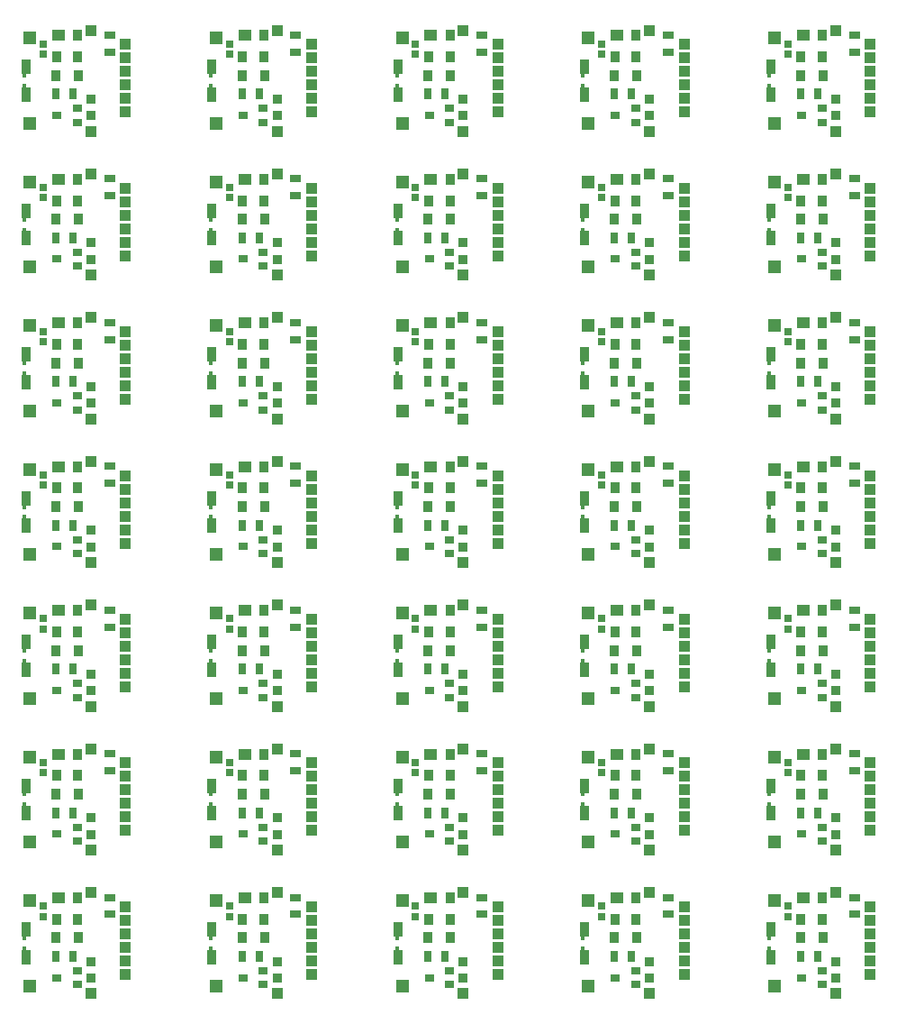
<source format=gbs>
%TF.GenerationSoftware,KiCad,Pcbnew,(5.1.6)-1*%
%TF.CreationDate,2020-09-22T23:21:28+09:00*%
%TF.ProjectId,funcdecoder_tomix_pcb_0773_0507_rev0_panelize_94_5mm_92_5mm,66756e63-6465-4636-9f64-65725f746f6d,rev?*%
%TF.SameCoordinates,PX66ff300PY337f980*%
%TF.FileFunction,Soldermask,Bot*%
%TF.FilePolarity,Negative*%
%FSLAX46Y46*%
G04 Gerber Fmt 4.6, Leading zero omitted, Abs format (unit mm)*
G04 Created by KiCad (PCBNEW (5.1.6)-1) date 2020-09-22 23:21:28*
%MOMM*%
%LPD*%
G01*
G04 APERTURE LIST*
%ADD10R,0.800000X1.000000*%
%ADD11R,0.850000X1.400000*%
%ADD12R,0.400000X0.600000*%
%ADD13R,0.900000X0.700000*%
%ADD14R,1.100000X1.100000*%
%ADD15R,1.050000X1.050000*%
%ADD16R,1.000000X0.800000*%
%ADD17R,1.300000X1.300000*%
%ADD18R,0.900000X0.900000*%
%ADD19R,0.700000X0.750000*%
%ADD20R,0.900000X1.000000*%
%ADD21R,1.300000X1.000000*%
G04 APERTURE END LIST*
D10*
%TO.C,R1*%
X82800000Y-88000000D03*
X81200000Y-88000000D03*
%TD*%
%TO.C,R1*%
X65300000Y-88000000D03*
X63700000Y-88000000D03*
%TD*%
%TO.C,R1*%
X47800000Y-88000000D03*
X46200000Y-88000000D03*
%TD*%
%TO.C,R1*%
X30300000Y-88000000D03*
X28700000Y-88000000D03*
%TD*%
%TO.C,R1*%
X12800000Y-88000000D03*
X11200000Y-88000000D03*
%TD*%
%TO.C,R1*%
X82800000Y-74500000D03*
X81200000Y-74500000D03*
%TD*%
%TO.C,R1*%
X65300000Y-74500000D03*
X63700000Y-74500000D03*
%TD*%
%TO.C,R1*%
X47800000Y-74500000D03*
X46200000Y-74500000D03*
%TD*%
%TO.C,R1*%
X30300000Y-74500000D03*
X28700000Y-74500000D03*
%TD*%
%TO.C,R1*%
X12800000Y-74500000D03*
X11200000Y-74500000D03*
%TD*%
%TO.C,R1*%
X82800000Y-61000000D03*
X81200000Y-61000000D03*
%TD*%
%TO.C,R1*%
X65300000Y-61000000D03*
X63700000Y-61000000D03*
%TD*%
%TO.C,R1*%
X47800000Y-61000000D03*
X46200000Y-61000000D03*
%TD*%
%TO.C,R1*%
X30300000Y-61000000D03*
X28700000Y-61000000D03*
%TD*%
%TO.C,R1*%
X12800000Y-61000000D03*
X11200000Y-61000000D03*
%TD*%
%TO.C,R1*%
X82800000Y-47500000D03*
X81200000Y-47500000D03*
%TD*%
%TO.C,R1*%
X65300000Y-47500000D03*
X63700000Y-47500000D03*
%TD*%
%TO.C,R1*%
X47800000Y-47500000D03*
X46200000Y-47500000D03*
%TD*%
%TO.C,R1*%
X30300000Y-47500000D03*
X28700000Y-47500000D03*
%TD*%
%TO.C,R1*%
X12800000Y-47500000D03*
X11200000Y-47500000D03*
%TD*%
%TO.C,R1*%
X82800000Y-34000000D03*
X81200000Y-34000000D03*
%TD*%
%TO.C,R1*%
X65300000Y-34000000D03*
X63700000Y-34000000D03*
%TD*%
%TO.C,R1*%
X47800000Y-34000000D03*
X46200000Y-34000000D03*
%TD*%
%TO.C,R1*%
X30300000Y-34000000D03*
X28700000Y-34000000D03*
%TD*%
%TO.C,R1*%
X12800000Y-34000000D03*
X11200000Y-34000000D03*
%TD*%
%TO.C,R1*%
X82800000Y-20500000D03*
X81200000Y-20500000D03*
%TD*%
%TO.C,R1*%
X65300000Y-20500000D03*
X63700000Y-20500000D03*
%TD*%
%TO.C,R1*%
X47800000Y-20500000D03*
X46200000Y-20500000D03*
%TD*%
%TO.C,R1*%
X30300000Y-20500000D03*
X28700000Y-20500000D03*
%TD*%
%TO.C,R1*%
X12800000Y-20500000D03*
X11200000Y-20500000D03*
%TD*%
%TO.C,R1*%
X82800000Y-7000000D03*
X81200000Y-7000000D03*
%TD*%
%TO.C,R1*%
X65300000Y-7000000D03*
X63700000Y-7000000D03*
%TD*%
%TO.C,R1*%
X47800000Y-7000000D03*
X46200000Y-7000000D03*
%TD*%
%TO.C,R1*%
X30300000Y-7000000D03*
X28700000Y-7000000D03*
%TD*%
D11*
%TO.C,D4*%
X78375000Y-88050000D03*
X78375000Y-85450000D03*
D12*
X78250000Y-87300000D03*
X78250000Y-86200000D03*
%TD*%
D11*
%TO.C,D4*%
X60875000Y-88050000D03*
X60875000Y-85450000D03*
D12*
X60750000Y-87300000D03*
X60750000Y-86200000D03*
%TD*%
D11*
%TO.C,D4*%
X43375000Y-88050000D03*
X43375000Y-85450000D03*
D12*
X43250000Y-87300000D03*
X43250000Y-86200000D03*
%TD*%
D11*
%TO.C,D4*%
X25875000Y-88050000D03*
X25875000Y-85450000D03*
D12*
X25750000Y-87300000D03*
X25750000Y-86200000D03*
%TD*%
D11*
%TO.C,D4*%
X8375000Y-88050000D03*
X8375000Y-85450000D03*
D12*
X8250000Y-87300000D03*
X8250000Y-86200000D03*
%TD*%
D11*
%TO.C,D4*%
X78375000Y-74550000D03*
X78375000Y-71950000D03*
D12*
X78250000Y-73800000D03*
X78250000Y-72700000D03*
%TD*%
D11*
%TO.C,D4*%
X60875000Y-74550000D03*
X60875000Y-71950000D03*
D12*
X60750000Y-73800000D03*
X60750000Y-72700000D03*
%TD*%
D11*
%TO.C,D4*%
X43375000Y-74550000D03*
X43375000Y-71950000D03*
D12*
X43250000Y-73800000D03*
X43250000Y-72700000D03*
%TD*%
D11*
%TO.C,D4*%
X25875000Y-74550000D03*
X25875000Y-71950000D03*
D12*
X25750000Y-73800000D03*
X25750000Y-72700000D03*
%TD*%
D11*
%TO.C,D4*%
X8375000Y-74550000D03*
X8375000Y-71950000D03*
D12*
X8250000Y-73800000D03*
X8250000Y-72700000D03*
%TD*%
D11*
%TO.C,D4*%
X78375000Y-61050000D03*
X78375000Y-58450000D03*
D12*
X78250000Y-60300000D03*
X78250000Y-59200000D03*
%TD*%
D11*
%TO.C,D4*%
X60875000Y-61050000D03*
X60875000Y-58450000D03*
D12*
X60750000Y-60300000D03*
X60750000Y-59200000D03*
%TD*%
D11*
%TO.C,D4*%
X43375000Y-61050000D03*
X43375000Y-58450000D03*
D12*
X43250000Y-60300000D03*
X43250000Y-59200000D03*
%TD*%
D11*
%TO.C,D4*%
X25875000Y-61050000D03*
X25875000Y-58450000D03*
D12*
X25750000Y-60300000D03*
X25750000Y-59200000D03*
%TD*%
D11*
%TO.C,D4*%
X8375000Y-61050000D03*
X8375000Y-58450000D03*
D12*
X8250000Y-60300000D03*
X8250000Y-59200000D03*
%TD*%
D11*
%TO.C,D4*%
X78375000Y-47550000D03*
X78375000Y-44950000D03*
D12*
X78250000Y-46800000D03*
X78250000Y-45700000D03*
%TD*%
D11*
%TO.C,D4*%
X60875000Y-47550000D03*
X60875000Y-44950000D03*
D12*
X60750000Y-46800000D03*
X60750000Y-45700000D03*
%TD*%
D11*
%TO.C,D4*%
X43375000Y-47550000D03*
X43375000Y-44950000D03*
D12*
X43250000Y-46800000D03*
X43250000Y-45700000D03*
%TD*%
D11*
%TO.C,D4*%
X25875000Y-47550000D03*
X25875000Y-44950000D03*
D12*
X25750000Y-46800000D03*
X25750000Y-45700000D03*
%TD*%
D11*
%TO.C,D4*%
X8375000Y-47550000D03*
X8375000Y-44950000D03*
D12*
X8250000Y-46800000D03*
X8250000Y-45700000D03*
%TD*%
D11*
%TO.C,D4*%
X78375000Y-34050000D03*
X78375000Y-31450000D03*
D12*
X78250000Y-33300000D03*
X78250000Y-32200000D03*
%TD*%
D11*
%TO.C,D4*%
X60875000Y-34050000D03*
X60875000Y-31450000D03*
D12*
X60750000Y-33300000D03*
X60750000Y-32200000D03*
%TD*%
D11*
%TO.C,D4*%
X43375000Y-34050000D03*
X43375000Y-31450000D03*
D12*
X43250000Y-33300000D03*
X43250000Y-32200000D03*
%TD*%
D11*
%TO.C,D4*%
X25875000Y-34050000D03*
X25875000Y-31450000D03*
D12*
X25750000Y-33300000D03*
X25750000Y-32200000D03*
%TD*%
D11*
%TO.C,D4*%
X8375000Y-34050000D03*
X8375000Y-31450000D03*
D12*
X8250000Y-33300000D03*
X8250000Y-32200000D03*
%TD*%
D11*
%TO.C,D4*%
X78375000Y-20550000D03*
X78375000Y-17950000D03*
D12*
X78250000Y-19800000D03*
X78250000Y-18700000D03*
%TD*%
D11*
%TO.C,D4*%
X60875000Y-20550000D03*
X60875000Y-17950000D03*
D12*
X60750000Y-19800000D03*
X60750000Y-18700000D03*
%TD*%
D11*
%TO.C,D4*%
X43375000Y-20550000D03*
X43375000Y-17950000D03*
D12*
X43250000Y-19800000D03*
X43250000Y-18700000D03*
%TD*%
D11*
%TO.C,D4*%
X25875000Y-20550000D03*
X25875000Y-17950000D03*
D12*
X25750000Y-19800000D03*
X25750000Y-18700000D03*
%TD*%
D11*
%TO.C,D4*%
X8375000Y-20550000D03*
X8375000Y-17950000D03*
D12*
X8250000Y-19800000D03*
X8250000Y-18700000D03*
%TD*%
D11*
%TO.C,D4*%
X78375000Y-7050000D03*
X78375000Y-4450000D03*
D12*
X78250000Y-6300000D03*
X78250000Y-5200000D03*
%TD*%
D11*
%TO.C,D4*%
X60875000Y-7050000D03*
X60875000Y-4450000D03*
D12*
X60750000Y-6300000D03*
X60750000Y-5200000D03*
%TD*%
D11*
%TO.C,D4*%
X43375000Y-7050000D03*
X43375000Y-4450000D03*
D12*
X43250000Y-6300000D03*
X43250000Y-5200000D03*
%TD*%
D11*
%TO.C,D4*%
X25875000Y-7050000D03*
X25875000Y-4450000D03*
D12*
X25750000Y-6300000D03*
X25750000Y-5200000D03*
%TD*%
D13*
%TO.C,Q1*%
X81300000Y-90000000D03*
X83200000Y-90650000D03*
X83200000Y-89350000D03*
%TD*%
%TO.C,Q1*%
X63800000Y-90000000D03*
X65700000Y-90650000D03*
X65700000Y-89350000D03*
%TD*%
%TO.C,Q1*%
X46300000Y-90000000D03*
X48200000Y-90650000D03*
X48200000Y-89350000D03*
%TD*%
%TO.C,Q1*%
X28800000Y-90000000D03*
X30700000Y-90650000D03*
X30700000Y-89350000D03*
%TD*%
%TO.C,Q1*%
X11300000Y-90000000D03*
X13200000Y-90650000D03*
X13200000Y-89350000D03*
%TD*%
%TO.C,Q1*%
X81300000Y-76500000D03*
X83200000Y-77150000D03*
X83200000Y-75850000D03*
%TD*%
%TO.C,Q1*%
X63800000Y-76500000D03*
X65700000Y-77150000D03*
X65700000Y-75850000D03*
%TD*%
%TO.C,Q1*%
X46300000Y-76500000D03*
X48200000Y-77150000D03*
X48200000Y-75850000D03*
%TD*%
%TO.C,Q1*%
X28800000Y-76500000D03*
X30700000Y-77150000D03*
X30700000Y-75850000D03*
%TD*%
%TO.C,Q1*%
X11300000Y-76500000D03*
X13200000Y-77150000D03*
X13200000Y-75850000D03*
%TD*%
%TO.C,Q1*%
X81300000Y-63000000D03*
X83200000Y-63650000D03*
X83200000Y-62350000D03*
%TD*%
%TO.C,Q1*%
X63800000Y-63000000D03*
X65700000Y-63650000D03*
X65700000Y-62350000D03*
%TD*%
%TO.C,Q1*%
X46300000Y-63000000D03*
X48200000Y-63650000D03*
X48200000Y-62350000D03*
%TD*%
%TO.C,Q1*%
X28800000Y-63000000D03*
X30700000Y-63650000D03*
X30700000Y-62350000D03*
%TD*%
%TO.C,Q1*%
X11300000Y-63000000D03*
X13200000Y-63650000D03*
X13200000Y-62350000D03*
%TD*%
%TO.C,Q1*%
X81300000Y-49500000D03*
X83200000Y-50150000D03*
X83200000Y-48850000D03*
%TD*%
%TO.C,Q1*%
X63800000Y-49500000D03*
X65700000Y-50150000D03*
X65700000Y-48850000D03*
%TD*%
%TO.C,Q1*%
X46300000Y-49500000D03*
X48200000Y-50150000D03*
X48200000Y-48850000D03*
%TD*%
%TO.C,Q1*%
X28800000Y-49500000D03*
X30700000Y-50150000D03*
X30700000Y-48850000D03*
%TD*%
%TO.C,Q1*%
X11300000Y-49500000D03*
X13200000Y-50150000D03*
X13200000Y-48850000D03*
%TD*%
%TO.C,Q1*%
X81300000Y-36000000D03*
X83200000Y-36650000D03*
X83200000Y-35350000D03*
%TD*%
%TO.C,Q1*%
X63800000Y-36000000D03*
X65700000Y-36650000D03*
X65700000Y-35350000D03*
%TD*%
%TO.C,Q1*%
X46300000Y-36000000D03*
X48200000Y-36650000D03*
X48200000Y-35350000D03*
%TD*%
%TO.C,Q1*%
X28800000Y-36000000D03*
X30700000Y-36650000D03*
X30700000Y-35350000D03*
%TD*%
%TO.C,Q1*%
X11300000Y-36000000D03*
X13200000Y-36650000D03*
X13200000Y-35350000D03*
%TD*%
%TO.C,Q1*%
X81300000Y-22500000D03*
X83200000Y-23150000D03*
X83200000Y-21850000D03*
%TD*%
%TO.C,Q1*%
X63800000Y-22500000D03*
X65700000Y-23150000D03*
X65700000Y-21850000D03*
%TD*%
%TO.C,Q1*%
X46300000Y-22500000D03*
X48200000Y-23150000D03*
X48200000Y-21850000D03*
%TD*%
%TO.C,Q1*%
X28800000Y-22500000D03*
X30700000Y-23150000D03*
X30700000Y-21850000D03*
%TD*%
%TO.C,Q1*%
X11300000Y-22500000D03*
X13200000Y-23150000D03*
X13200000Y-21850000D03*
%TD*%
%TO.C,Q1*%
X81300000Y-9000000D03*
X83200000Y-9650000D03*
X83200000Y-8350000D03*
%TD*%
%TO.C,Q1*%
X63800000Y-9000000D03*
X65700000Y-9650000D03*
X65700000Y-8350000D03*
%TD*%
%TO.C,Q1*%
X46300000Y-9000000D03*
X48200000Y-9650000D03*
X48200000Y-8350000D03*
%TD*%
%TO.C,Q1*%
X28800000Y-9000000D03*
X30700000Y-9650000D03*
X30700000Y-8350000D03*
%TD*%
D14*
%TO.C,J2*%
X84500000Y-82000000D03*
%TD*%
%TO.C,J2*%
X67000000Y-82000000D03*
%TD*%
%TO.C,J2*%
X49500000Y-82000000D03*
%TD*%
%TO.C,J2*%
X32000000Y-82000000D03*
%TD*%
%TO.C,J2*%
X14500000Y-82000000D03*
%TD*%
%TO.C,J2*%
X84500000Y-68500000D03*
%TD*%
%TO.C,J2*%
X67000000Y-68500000D03*
%TD*%
%TO.C,J2*%
X49500000Y-68500000D03*
%TD*%
%TO.C,J2*%
X32000000Y-68500000D03*
%TD*%
%TO.C,J2*%
X14500000Y-68500000D03*
%TD*%
%TO.C,J2*%
X84500000Y-55000000D03*
%TD*%
%TO.C,J2*%
X67000000Y-55000000D03*
%TD*%
%TO.C,J2*%
X49500000Y-55000000D03*
%TD*%
%TO.C,J2*%
X32000000Y-55000000D03*
%TD*%
%TO.C,J2*%
X14500000Y-55000000D03*
%TD*%
%TO.C,J2*%
X84500000Y-41500000D03*
%TD*%
%TO.C,J2*%
X67000000Y-41500000D03*
%TD*%
%TO.C,J2*%
X49500000Y-41500000D03*
%TD*%
%TO.C,J2*%
X32000000Y-41500000D03*
%TD*%
%TO.C,J2*%
X14500000Y-41500000D03*
%TD*%
%TO.C,J2*%
X84500000Y-28000000D03*
%TD*%
%TO.C,J2*%
X67000000Y-28000000D03*
%TD*%
%TO.C,J2*%
X49500000Y-28000000D03*
%TD*%
%TO.C,J2*%
X32000000Y-28000000D03*
%TD*%
%TO.C,J2*%
X14500000Y-28000000D03*
%TD*%
%TO.C,J2*%
X84500000Y-14500000D03*
%TD*%
%TO.C,J2*%
X67000000Y-14500000D03*
%TD*%
%TO.C,J2*%
X49500000Y-14500000D03*
%TD*%
%TO.C,J2*%
X32000000Y-14500000D03*
%TD*%
%TO.C,J2*%
X14500000Y-14500000D03*
%TD*%
%TO.C,J2*%
X84500000Y-1000000D03*
%TD*%
%TO.C,J2*%
X67000000Y-1000000D03*
%TD*%
%TO.C,J2*%
X49500000Y-1000000D03*
%TD*%
%TO.C,J2*%
X32000000Y-1000000D03*
%TD*%
D15*
%TO.C,J1*%
X87750000Y-83325000D03*
X87750000Y-84595000D03*
X87750000Y-85865000D03*
X87750000Y-87135000D03*
X87750000Y-88405000D03*
X87750000Y-89675000D03*
%TD*%
%TO.C,J1*%
X70250000Y-83325000D03*
X70250000Y-84595000D03*
X70250000Y-85865000D03*
X70250000Y-87135000D03*
X70250000Y-88405000D03*
X70250000Y-89675000D03*
%TD*%
%TO.C,J1*%
X52750000Y-83325000D03*
X52750000Y-84595000D03*
X52750000Y-85865000D03*
X52750000Y-87135000D03*
X52750000Y-88405000D03*
X52750000Y-89675000D03*
%TD*%
%TO.C,J1*%
X35250000Y-83325000D03*
X35250000Y-84595000D03*
X35250000Y-85865000D03*
X35250000Y-87135000D03*
X35250000Y-88405000D03*
X35250000Y-89675000D03*
%TD*%
%TO.C,J1*%
X17750000Y-83325000D03*
X17750000Y-84595000D03*
X17750000Y-85865000D03*
X17750000Y-87135000D03*
X17750000Y-88405000D03*
X17750000Y-89675000D03*
%TD*%
%TO.C,J1*%
X87750000Y-69825000D03*
X87750000Y-71095000D03*
X87750000Y-72365000D03*
X87750000Y-73635000D03*
X87750000Y-74905000D03*
X87750000Y-76175000D03*
%TD*%
%TO.C,J1*%
X70250000Y-69825000D03*
X70250000Y-71095000D03*
X70250000Y-72365000D03*
X70250000Y-73635000D03*
X70250000Y-74905000D03*
X70250000Y-76175000D03*
%TD*%
%TO.C,J1*%
X52750000Y-69825000D03*
X52750000Y-71095000D03*
X52750000Y-72365000D03*
X52750000Y-73635000D03*
X52750000Y-74905000D03*
X52750000Y-76175000D03*
%TD*%
%TO.C,J1*%
X35250000Y-69825000D03*
X35250000Y-71095000D03*
X35250000Y-72365000D03*
X35250000Y-73635000D03*
X35250000Y-74905000D03*
X35250000Y-76175000D03*
%TD*%
%TO.C,J1*%
X17750000Y-69825000D03*
X17750000Y-71095000D03*
X17750000Y-72365000D03*
X17750000Y-73635000D03*
X17750000Y-74905000D03*
X17750000Y-76175000D03*
%TD*%
%TO.C,J1*%
X87750000Y-56325000D03*
X87750000Y-57595000D03*
X87750000Y-58865000D03*
X87750000Y-60135000D03*
X87750000Y-61405000D03*
X87750000Y-62675000D03*
%TD*%
%TO.C,J1*%
X70250000Y-56325000D03*
X70250000Y-57595000D03*
X70250000Y-58865000D03*
X70250000Y-60135000D03*
X70250000Y-61405000D03*
X70250000Y-62675000D03*
%TD*%
%TO.C,J1*%
X52750000Y-56325000D03*
X52750000Y-57595000D03*
X52750000Y-58865000D03*
X52750000Y-60135000D03*
X52750000Y-61405000D03*
X52750000Y-62675000D03*
%TD*%
%TO.C,J1*%
X35250000Y-56325000D03*
X35250000Y-57595000D03*
X35250000Y-58865000D03*
X35250000Y-60135000D03*
X35250000Y-61405000D03*
X35250000Y-62675000D03*
%TD*%
%TO.C,J1*%
X17750000Y-56325000D03*
X17750000Y-57595000D03*
X17750000Y-58865000D03*
X17750000Y-60135000D03*
X17750000Y-61405000D03*
X17750000Y-62675000D03*
%TD*%
%TO.C,J1*%
X87750000Y-42825000D03*
X87750000Y-44095000D03*
X87750000Y-45365000D03*
X87750000Y-46635000D03*
X87750000Y-47905000D03*
X87750000Y-49175000D03*
%TD*%
%TO.C,J1*%
X70250000Y-42825000D03*
X70250000Y-44095000D03*
X70250000Y-45365000D03*
X70250000Y-46635000D03*
X70250000Y-47905000D03*
X70250000Y-49175000D03*
%TD*%
%TO.C,J1*%
X52750000Y-42825000D03*
X52750000Y-44095000D03*
X52750000Y-45365000D03*
X52750000Y-46635000D03*
X52750000Y-47905000D03*
X52750000Y-49175000D03*
%TD*%
%TO.C,J1*%
X35250000Y-42825000D03*
X35250000Y-44095000D03*
X35250000Y-45365000D03*
X35250000Y-46635000D03*
X35250000Y-47905000D03*
X35250000Y-49175000D03*
%TD*%
%TO.C,J1*%
X17750000Y-42825000D03*
X17750000Y-44095000D03*
X17750000Y-45365000D03*
X17750000Y-46635000D03*
X17750000Y-47905000D03*
X17750000Y-49175000D03*
%TD*%
%TO.C,J1*%
X87750000Y-29325000D03*
X87750000Y-30595000D03*
X87750000Y-31865000D03*
X87750000Y-33135000D03*
X87750000Y-34405000D03*
X87750000Y-35675000D03*
%TD*%
%TO.C,J1*%
X70250000Y-29325000D03*
X70250000Y-30595000D03*
X70250000Y-31865000D03*
X70250000Y-33135000D03*
X70250000Y-34405000D03*
X70250000Y-35675000D03*
%TD*%
%TO.C,J1*%
X52750000Y-29325000D03*
X52750000Y-30595000D03*
X52750000Y-31865000D03*
X52750000Y-33135000D03*
X52750000Y-34405000D03*
X52750000Y-35675000D03*
%TD*%
%TO.C,J1*%
X35250000Y-29325000D03*
X35250000Y-30595000D03*
X35250000Y-31865000D03*
X35250000Y-33135000D03*
X35250000Y-34405000D03*
X35250000Y-35675000D03*
%TD*%
%TO.C,J1*%
X17750000Y-29325000D03*
X17750000Y-30595000D03*
X17750000Y-31865000D03*
X17750000Y-33135000D03*
X17750000Y-34405000D03*
X17750000Y-35675000D03*
%TD*%
%TO.C,J1*%
X87750000Y-15825000D03*
X87750000Y-17095000D03*
X87750000Y-18365000D03*
X87750000Y-19635000D03*
X87750000Y-20905000D03*
X87750000Y-22175000D03*
%TD*%
%TO.C,J1*%
X70250000Y-15825000D03*
X70250000Y-17095000D03*
X70250000Y-18365000D03*
X70250000Y-19635000D03*
X70250000Y-20905000D03*
X70250000Y-22175000D03*
%TD*%
%TO.C,J1*%
X52750000Y-15825000D03*
X52750000Y-17095000D03*
X52750000Y-18365000D03*
X52750000Y-19635000D03*
X52750000Y-20905000D03*
X52750000Y-22175000D03*
%TD*%
%TO.C,J1*%
X35250000Y-15825000D03*
X35250000Y-17095000D03*
X35250000Y-18365000D03*
X35250000Y-19635000D03*
X35250000Y-20905000D03*
X35250000Y-22175000D03*
%TD*%
%TO.C,J1*%
X17750000Y-15825000D03*
X17750000Y-17095000D03*
X17750000Y-18365000D03*
X17750000Y-19635000D03*
X17750000Y-20905000D03*
X17750000Y-22175000D03*
%TD*%
%TO.C,J1*%
X87750000Y-2325000D03*
X87750000Y-3595000D03*
X87750000Y-4865000D03*
X87750000Y-6135000D03*
X87750000Y-7405000D03*
X87750000Y-8675000D03*
%TD*%
%TO.C,J1*%
X70250000Y-2325000D03*
X70250000Y-3595000D03*
X70250000Y-4865000D03*
X70250000Y-6135000D03*
X70250000Y-7405000D03*
X70250000Y-8675000D03*
%TD*%
%TO.C,J1*%
X52750000Y-2325000D03*
X52750000Y-3595000D03*
X52750000Y-4865000D03*
X52750000Y-6135000D03*
X52750000Y-7405000D03*
X52750000Y-8675000D03*
%TD*%
%TO.C,J1*%
X35250000Y-2325000D03*
X35250000Y-3595000D03*
X35250000Y-4865000D03*
X35250000Y-6135000D03*
X35250000Y-7405000D03*
X35250000Y-8675000D03*
%TD*%
D14*
%TO.C,J3*%
X84500000Y-91500000D03*
%TD*%
%TO.C,J3*%
X67000000Y-91500000D03*
%TD*%
%TO.C,J3*%
X49500000Y-91500000D03*
%TD*%
%TO.C,J3*%
X32000000Y-91500000D03*
%TD*%
%TO.C,J3*%
X14500000Y-91500000D03*
%TD*%
%TO.C,J3*%
X84500000Y-78000000D03*
%TD*%
%TO.C,J3*%
X67000000Y-78000000D03*
%TD*%
%TO.C,J3*%
X49500000Y-78000000D03*
%TD*%
%TO.C,J3*%
X32000000Y-78000000D03*
%TD*%
%TO.C,J3*%
X14500000Y-78000000D03*
%TD*%
%TO.C,J3*%
X84500000Y-64500000D03*
%TD*%
%TO.C,J3*%
X67000000Y-64500000D03*
%TD*%
%TO.C,J3*%
X49500000Y-64500000D03*
%TD*%
%TO.C,J3*%
X32000000Y-64500000D03*
%TD*%
%TO.C,J3*%
X14500000Y-64500000D03*
%TD*%
%TO.C,J3*%
X84500000Y-51000000D03*
%TD*%
%TO.C,J3*%
X67000000Y-51000000D03*
%TD*%
%TO.C,J3*%
X49500000Y-51000000D03*
%TD*%
%TO.C,J3*%
X32000000Y-51000000D03*
%TD*%
%TO.C,J3*%
X14500000Y-51000000D03*
%TD*%
%TO.C,J3*%
X84500000Y-37500000D03*
%TD*%
%TO.C,J3*%
X67000000Y-37500000D03*
%TD*%
%TO.C,J3*%
X49500000Y-37500000D03*
%TD*%
%TO.C,J3*%
X32000000Y-37500000D03*
%TD*%
%TO.C,J3*%
X14500000Y-37500000D03*
%TD*%
%TO.C,J3*%
X84500000Y-24000000D03*
%TD*%
%TO.C,J3*%
X67000000Y-24000000D03*
%TD*%
%TO.C,J3*%
X49500000Y-24000000D03*
%TD*%
%TO.C,J3*%
X32000000Y-24000000D03*
%TD*%
%TO.C,J3*%
X14500000Y-24000000D03*
%TD*%
%TO.C,J3*%
X84500000Y-10500000D03*
%TD*%
%TO.C,J3*%
X67000000Y-10500000D03*
%TD*%
%TO.C,J3*%
X49500000Y-10500000D03*
%TD*%
%TO.C,J3*%
X32000000Y-10500000D03*
%TD*%
D16*
%TO.C,R4*%
X86250000Y-82450000D03*
X86250000Y-84050000D03*
%TD*%
%TO.C,R4*%
X68750000Y-82450000D03*
X68750000Y-84050000D03*
%TD*%
%TO.C,R4*%
X51250000Y-82450000D03*
X51250000Y-84050000D03*
%TD*%
%TO.C,R4*%
X33750000Y-82450000D03*
X33750000Y-84050000D03*
%TD*%
%TO.C,R4*%
X16250000Y-82450000D03*
X16250000Y-84050000D03*
%TD*%
%TO.C,R4*%
X86250000Y-68950000D03*
X86250000Y-70550000D03*
%TD*%
%TO.C,R4*%
X68750000Y-68950000D03*
X68750000Y-70550000D03*
%TD*%
%TO.C,R4*%
X51250000Y-68950000D03*
X51250000Y-70550000D03*
%TD*%
%TO.C,R4*%
X33750000Y-68950000D03*
X33750000Y-70550000D03*
%TD*%
%TO.C,R4*%
X16250000Y-68950000D03*
X16250000Y-70550000D03*
%TD*%
%TO.C,R4*%
X86250000Y-55450000D03*
X86250000Y-57050000D03*
%TD*%
%TO.C,R4*%
X68750000Y-55450000D03*
X68750000Y-57050000D03*
%TD*%
%TO.C,R4*%
X51250000Y-55450000D03*
X51250000Y-57050000D03*
%TD*%
%TO.C,R4*%
X33750000Y-55450000D03*
X33750000Y-57050000D03*
%TD*%
%TO.C,R4*%
X16250000Y-55450000D03*
X16250000Y-57050000D03*
%TD*%
%TO.C,R4*%
X86250000Y-41950000D03*
X86250000Y-43550000D03*
%TD*%
%TO.C,R4*%
X68750000Y-41950000D03*
X68750000Y-43550000D03*
%TD*%
%TO.C,R4*%
X51250000Y-41950000D03*
X51250000Y-43550000D03*
%TD*%
%TO.C,R4*%
X33750000Y-41950000D03*
X33750000Y-43550000D03*
%TD*%
%TO.C,R4*%
X16250000Y-41950000D03*
X16250000Y-43550000D03*
%TD*%
%TO.C,R4*%
X86250000Y-28450000D03*
X86250000Y-30050000D03*
%TD*%
%TO.C,R4*%
X68750000Y-28450000D03*
X68750000Y-30050000D03*
%TD*%
%TO.C,R4*%
X51250000Y-28450000D03*
X51250000Y-30050000D03*
%TD*%
%TO.C,R4*%
X33750000Y-28450000D03*
X33750000Y-30050000D03*
%TD*%
%TO.C,R4*%
X16250000Y-28450000D03*
X16250000Y-30050000D03*
%TD*%
%TO.C,R4*%
X86250000Y-14950000D03*
X86250000Y-16550000D03*
%TD*%
%TO.C,R4*%
X68750000Y-14950000D03*
X68750000Y-16550000D03*
%TD*%
%TO.C,R4*%
X51250000Y-14950000D03*
X51250000Y-16550000D03*
%TD*%
%TO.C,R4*%
X33750000Y-14950000D03*
X33750000Y-16550000D03*
%TD*%
%TO.C,R4*%
X16250000Y-14950000D03*
X16250000Y-16550000D03*
%TD*%
%TO.C,R4*%
X86250000Y-1450000D03*
X86250000Y-3050000D03*
%TD*%
%TO.C,R4*%
X68750000Y-1450000D03*
X68750000Y-3050000D03*
%TD*%
%TO.C,R4*%
X51250000Y-1450000D03*
X51250000Y-3050000D03*
%TD*%
%TO.C,R4*%
X33750000Y-1450000D03*
X33750000Y-3050000D03*
%TD*%
D17*
%TO.C,PAD1*%
X78750000Y-90750000D03*
%TD*%
%TO.C,PAD1*%
X61250000Y-90750000D03*
%TD*%
%TO.C,PAD1*%
X43750000Y-90750000D03*
%TD*%
%TO.C,PAD1*%
X26250000Y-90750000D03*
%TD*%
%TO.C,PAD1*%
X8750000Y-90750000D03*
%TD*%
%TO.C,PAD1*%
X78750000Y-77250000D03*
%TD*%
%TO.C,PAD1*%
X61250000Y-77250000D03*
%TD*%
%TO.C,PAD1*%
X43750000Y-77250000D03*
%TD*%
%TO.C,PAD1*%
X26250000Y-77250000D03*
%TD*%
%TO.C,PAD1*%
X8750000Y-77250000D03*
%TD*%
%TO.C,PAD1*%
X78750000Y-63750000D03*
%TD*%
%TO.C,PAD1*%
X61250000Y-63750000D03*
%TD*%
%TO.C,PAD1*%
X43750000Y-63750000D03*
%TD*%
%TO.C,PAD1*%
X26250000Y-63750000D03*
%TD*%
%TO.C,PAD1*%
X8750000Y-63750000D03*
%TD*%
%TO.C,PAD1*%
X78750000Y-50250000D03*
%TD*%
%TO.C,PAD1*%
X61250000Y-50250000D03*
%TD*%
%TO.C,PAD1*%
X43750000Y-50250000D03*
%TD*%
%TO.C,PAD1*%
X26250000Y-50250000D03*
%TD*%
%TO.C,PAD1*%
X8750000Y-50250000D03*
%TD*%
%TO.C,PAD1*%
X78750000Y-36750000D03*
%TD*%
%TO.C,PAD1*%
X61250000Y-36750000D03*
%TD*%
%TO.C,PAD1*%
X43750000Y-36750000D03*
%TD*%
%TO.C,PAD1*%
X26250000Y-36750000D03*
%TD*%
%TO.C,PAD1*%
X8750000Y-36750000D03*
%TD*%
%TO.C,PAD1*%
X78750000Y-23250000D03*
%TD*%
%TO.C,PAD1*%
X61250000Y-23250000D03*
%TD*%
%TO.C,PAD1*%
X43750000Y-23250000D03*
%TD*%
%TO.C,PAD1*%
X26250000Y-23250000D03*
%TD*%
%TO.C,PAD1*%
X8750000Y-23250000D03*
%TD*%
%TO.C,PAD1*%
X78750000Y-9750000D03*
%TD*%
%TO.C,PAD1*%
X61250000Y-9750000D03*
%TD*%
%TO.C,PAD1*%
X43750000Y-9750000D03*
%TD*%
%TO.C,PAD1*%
X26250000Y-9750000D03*
%TD*%
%TO.C,PAD2*%
X78750000Y-82750000D03*
%TD*%
%TO.C,PAD2*%
X61250000Y-82750000D03*
%TD*%
%TO.C,PAD2*%
X43750000Y-82750000D03*
%TD*%
%TO.C,PAD2*%
X26250000Y-82750000D03*
%TD*%
%TO.C,PAD2*%
X8750000Y-82750000D03*
%TD*%
%TO.C,PAD2*%
X78750000Y-69250000D03*
%TD*%
%TO.C,PAD2*%
X61250000Y-69250000D03*
%TD*%
%TO.C,PAD2*%
X43750000Y-69250000D03*
%TD*%
%TO.C,PAD2*%
X26250000Y-69250000D03*
%TD*%
%TO.C,PAD2*%
X8750000Y-69250000D03*
%TD*%
%TO.C,PAD2*%
X78750000Y-55750000D03*
%TD*%
%TO.C,PAD2*%
X61250000Y-55750000D03*
%TD*%
%TO.C,PAD2*%
X43750000Y-55750000D03*
%TD*%
%TO.C,PAD2*%
X26250000Y-55750000D03*
%TD*%
%TO.C,PAD2*%
X8750000Y-55750000D03*
%TD*%
%TO.C,PAD2*%
X78750000Y-42250000D03*
%TD*%
%TO.C,PAD2*%
X61250000Y-42250000D03*
%TD*%
%TO.C,PAD2*%
X43750000Y-42250000D03*
%TD*%
%TO.C,PAD2*%
X26250000Y-42250000D03*
%TD*%
%TO.C,PAD2*%
X8750000Y-42250000D03*
%TD*%
%TO.C,PAD2*%
X78750000Y-28750000D03*
%TD*%
%TO.C,PAD2*%
X61250000Y-28750000D03*
%TD*%
%TO.C,PAD2*%
X43750000Y-28750000D03*
%TD*%
%TO.C,PAD2*%
X26250000Y-28750000D03*
%TD*%
%TO.C,PAD2*%
X8750000Y-28750000D03*
%TD*%
%TO.C,PAD2*%
X78750000Y-15250000D03*
%TD*%
%TO.C,PAD2*%
X61250000Y-15250000D03*
%TD*%
%TO.C,PAD2*%
X43750000Y-15250000D03*
%TD*%
%TO.C,PAD2*%
X26250000Y-15250000D03*
%TD*%
%TO.C,PAD2*%
X8750000Y-15250000D03*
%TD*%
%TO.C,PAD2*%
X78750000Y-1750000D03*
%TD*%
%TO.C,PAD2*%
X61250000Y-1750000D03*
%TD*%
%TO.C,PAD2*%
X43750000Y-1750000D03*
%TD*%
%TO.C,PAD2*%
X26250000Y-1750000D03*
%TD*%
D18*
%TO.C,C2*%
X84500000Y-88475000D03*
X84500000Y-90025000D03*
%TD*%
%TO.C,C2*%
X67000000Y-88475000D03*
X67000000Y-90025000D03*
%TD*%
%TO.C,C2*%
X49500000Y-88475000D03*
X49500000Y-90025000D03*
%TD*%
%TO.C,C2*%
X32000000Y-88475000D03*
X32000000Y-90025000D03*
%TD*%
%TO.C,C2*%
X14500000Y-88475000D03*
X14500000Y-90025000D03*
%TD*%
%TO.C,C2*%
X84500000Y-74975000D03*
X84500000Y-76525000D03*
%TD*%
%TO.C,C2*%
X67000000Y-74975000D03*
X67000000Y-76525000D03*
%TD*%
%TO.C,C2*%
X49500000Y-74975000D03*
X49500000Y-76525000D03*
%TD*%
%TO.C,C2*%
X32000000Y-74975000D03*
X32000000Y-76525000D03*
%TD*%
%TO.C,C2*%
X14500000Y-74975000D03*
X14500000Y-76525000D03*
%TD*%
%TO.C,C2*%
X84500000Y-61475000D03*
X84500000Y-63025000D03*
%TD*%
%TO.C,C2*%
X67000000Y-61475000D03*
X67000000Y-63025000D03*
%TD*%
%TO.C,C2*%
X49500000Y-61475000D03*
X49500000Y-63025000D03*
%TD*%
%TO.C,C2*%
X32000000Y-61475000D03*
X32000000Y-63025000D03*
%TD*%
%TO.C,C2*%
X14500000Y-61475000D03*
X14500000Y-63025000D03*
%TD*%
%TO.C,C2*%
X84500000Y-47975000D03*
X84500000Y-49525000D03*
%TD*%
%TO.C,C2*%
X67000000Y-47975000D03*
X67000000Y-49525000D03*
%TD*%
%TO.C,C2*%
X49500000Y-47975000D03*
X49500000Y-49525000D03*
%TD*%
%TO.C,C2*%
X32000000Y-47975000D03*
X32000000Y-49525000D03*
%TD*%
%TO.C,C2*%
X14500000Y-47975000D03*
X14500000Y-49525000D03*
%TD*%
%TO.C,C2*%
X84500000Y-34475000D03*
X84500000Y-36025000D03*
%TD*%
%TO.C,C2*%
X67000000Y-34475000D03*
X67000000Y-36025000D03*
%TD*%
%TO.C,C2*%
X49500000Y-34475000D03*
X49500000Y-36025000D03*
%TD*%
%TO.C,C2*%
X32000000Y-34475000D03*
X32000000Y-36025000D03*
%TD*%
%TO.C,C2*%
X14500000Y-34475000D03*
X14500000Y-36025000D03*
%TD*%
%TO.C,C2*%
X84500000Y-20975000D03*
X84500000Y-22525000D03*
%TD*%
%TO.C,C2*%
X67000000Y-20975000D03*
X67000000Y-22525000D03*
%TD*%
%TO.C,C2*%
X49500000Y-20975000D03*
X49500000Y-22525000D03*
%TD*%
%TO.C,C2*%
X32000000Y-20975000D03*
X32000000Y-22525000D03*
%TD*%
%TO.C,C2*%
X14500000Y-20975000D03*
X14500000Y-22525000D03*
%TD*%
%TO.C,C2*%
X84500000Y-7475000D03*
X84500000Y-9025000D03*
%TD*%
%TO.C,C2*%
X67000000Y-7475000D03*
X67000000Y-9025000D03*
%TD*%
%TO.C,C2*%
X49500000Y-7475000D03*
X49500000Y-9025000D03*
%TD*%
%TO.C,C2*%
X32000000Y-7475000D03*
X32000000Y-9025000D03*
%TD*%
D19*
%TO.C,C1*%
X80000000Y-83275000D03*
X80000000Y-84225000D03*
%TD*%
%TO.C,C1*%
X62500000Y-83275000D03*
X62500000Y-84225000D03*
%TD*%
%TO.C,C1*%
X45000000Y-83275000D03*
X45000000Y-84225000D03*
%TD*%
%TO.C,C1*%
X27500000Y-83275000D03*
X27500000Y-84225000D03*
%TD*%
%TO.C,C1*%
X10000000Y-83275000D03*
X10000000Y-84225000D03*
%TD*%
%TO.C,C1*%
X80000000Y-69775000D03*
X80000000Y-70725000D03*
%TD*%
%TO.C,C1*%
X62500000Y-69775000D03*
X62500000Y-70725000D03*
%TD*%
%TO.C,C1*%
X45000000Y-69775000D03*
X45000000Y-70725000D03*
%TD*%
%TO.C,C1*%
X27500000Y-69775000D03*
X27500000Y-70725000D03*
%TD*%
%TO.C,C1*%
X10000000Y-69775000D03*
X10000000Y-70725000D03*
%TD*%
%TO.C,C1*%
X80000000Y-56275000D03*
X80000000Y-57225000D03*
%TD*%
%TO.C,C1*%
X62500000Y-56275000D03*
X62500000Y-57225000D03*
%TD*%
%TO.C,C1*%
X45000000Y-56275000D03*
X45000000Y-57225000D03*
%TD*%
%TO.C,C1*%
X27500000Y-56275000D03*
X27500000Y-57225000D03*
%TD*%
%TO.C,C1*%
X10000000Y-56275000D03*
X10000000Y-57225000D03*
%TD*%
%TO.C,C1*%
X80000000Y-42775000D03*
X80000000Y-43725000D03*
%TD*%
%TO.C,C1*%
X62500000Y-42775000D03*
X62500000Y-43725000D03*
%TD*%
%TO.C,C1*%
X45000000Y-42775000D03*
X45000000Y-43725000D03*
%TD*%
%TO.C,C1*%
X27500000Y-42775000D03*
X27500000Y-43725000D03*
%TD*%
%TO.C,C1*%
X10000000Y-42775000D03*
X10000000Y-43725000D03*
%TD*%
%TO.C,C1*%
X80000000Y-29275000D03*
X80000000Y-30225000D03*
%TD*%
%TO.C,C1*%
X62500000Y-29275000D03*
X62500000Y-30225000D03*
%TD*%
%TO.C,C1*%
X45000000Y-29275000D03*
X45000000Y-30225000D03*
%TD*%
%TO.C,C1*%
X27500000Y-29275000D03*
X27500000Y-30225000D03*
%TD*%
%TO.C,C1*%
X10000000Y-29275000D03*
X10000000Y-30225000D03*
%TD*%
%TO.C,C1*%
X80000000Y-15775000D03*
X80000000Y-16725000D03*
%TD*%
%TO.C,C1*%
X62500000Y-15775000D03*
X62500000Y-16725000D03*
%TD*%
%TO.C,C1*%
X45000000Y-15775000D03*
X45000000Y-16725000D03*
%TD*%
%TO.C,C1*%
X27500000Y-15775000D03*
X27500000Y-16725000D03*
%TD*%
%TO.C,C1*%
X10000000Y-15775000D03*
X10000000Y-16725000D03*
%TD*%
%TO.C,C1*%
X80000000Y-2275000D03*
X80000000Y-3225000D03*
%TD*%
%TO.C,C1*%
X62500000Y-2275000D03*
X62500000Y-3225000D03*
%TD*%
%TO.C,C1*%
X45000000Y-2275000D03*
X45000000Y-3225000D03*
%TD*%
%TO.C,C1*%
X27500000Y-2275000D03*
X27500000Y-3225000D03*
%TD*%
D20*
%TO.C,D2*%
X83300000Y-86250000D03*
X81200000Y-86250000D03*
%TD*%
%TO.C,D2*%
X65800000Y-86250000D03*
X63700000Y-86250000D03*
%TD*%
%TO.C,D2*%
X48300000Y-86250000D03*
X46200000Y-86250000D03*
%TD*%
%TO.C,D2*%
X30800000Y-86250000D03*
X28700000Y-86250000D03*
%TD*%
%TO.C,D2*%
X13300000Y-86250000D03*
X11200000Y-86250000D03*
%TD*%
%TO.C,D2*%
X83300000Y-72750000D03*
X81200000Y-72750000D03*
%TD*%
%TO.C,D2*%
X65800000Y-72750000D03*
X63700000Y-72750000D03*
%TD*%
%TO.C,D2*%
X48300000Y-72750000D03*
X46200000Y-72750000D03*
%TD*%
%TO.C,D2*%
X30800000Y-72750000D03*
X28700000Y-72750000D03*
%TD*%
%TO.C,D2*%
X13300000Y-72750000D03*
X11200000Y-72750000D03*
%TD*%
%TO.C,D2*%
X83300000Y-59250000D03*
X81200000Y-59250000D03*
%TD*%
%TO.C,D2*%
X65800000Y-59250000D03*
X63700000Y-59250000D03*
%TD*%
%TO.C,D2*%
X48300000Y-59250000D03*
X46200000Y-59250000D03*
%TD*%
%TO.C,D2*%
X30800000Y-59250000D03*
X28700000Y-59250000D03*
%TD*%
%TO.C,D2*%
X13300000Y-59250000D03*
X11200000Y-59250000D03*
%TD*%
%TO.C,D2*%
X83300000Y-45750000D03*
X81200000Y-45750000D03*
%TD*%
%TO.C,D2*%
X65800000Y-45750000D03*
X63700000Y-45750000D03*
%TD*%
%TO.C,D2*%
X48300000Y-45750000D03*
X46200000Y-45750000D03*
%TD*%
%TO.C,D2*%
X30800000Y-45750000D03*
X28700000Y-45750000D03*
%TD*%
%TO.C,D2*%
X13300000Y-45750000D03*
X11200000Y-45750000D03*
%TD*%
%TO.C,D2*%
X83300000Y-32250000D03*
X81200000Y-32250000D03*
%TD*%
%TO.C,D2*%
X65800000Y-32250000D03*
X63700000Y-32250000D03*
%TD*%
%TO.C,D2*%
X48300000Y-32250000D03*
X46200000Y-32250000D03*
%TD*%
%TO.C,D2*%
X30800000Y-32250000D03*
X28700000Y-32250000D03*
%TD*%
%TO.C,D2*%
X13300000Y-32250000D03*
X11200000Y-32250000D03*
%TD*%
%TO.C,D2*%
X83300000Y-18750000D03*
X81200000Y-18750000D03*
%TD*%
%TO.C,D2*%
X65800000Y-18750000D03*
X63700000Y-18750000D03*
%TD*%
%TO.C,D2*%
X48300000Y-18750000D03*
X46200000Y-18750000D03*
%TD*%
%TO.C,D2*%
X30800000Y-18750000D03*
X28700000Y-18750000D03*
%TD*%
%TO.C,D2*%
X13300000Y-18750000D03*
X11200000Y-18750000D03*
%TD*%
%TO.C,D2*%
X83300000Y-5250000D03*
X81200000Y-5250000D03*
%TD*%
%TO.C,D2*%
X65800000Y-5250000D03*
X63700000Y-5250000D03*
%TD*%
%TO.C,D2*%
X48300000Y-5250000D03*
X46200000Y-5250000D03*
%TD*%
%TO.C,D2*%
X30800000Y-5250000D03*
X28700000Y-5250000D03*
%TD*%
%TO.C,D1*%
X81250000Y-84500000D03*
X83250000Y-84500000D03*
X83250000Y-82500000D03*
D21*
X81450000Y-82500000D03*
%TD*%
D20*
%TO.C,D1*%
X63750000Y-84500000D03*
X65750000Y-84500000D03*
X65750000Y-82500000D03*
D21*
X63950000Y-82500000D03*
%TD*%
D20*
%TO.C,D1*%
X46250000Y-84500000D03*
X48250000Y-84500000D03*
X48250000Y-82500000D03*
D21*
X46450000Y-82500000D03*
%TD*%
D20*
%TO.C,D1*%
X28750000Y-84500000D03*
X30750000Y-84500000D03*
X30750000Y-82500000D03*
D21*
X28950000Y-82500000D03*
%TD*%
D20*
%TO.C,D1*%
X11250000Y-84500000D03*
X13250000Y-84500000D03*
X13250000Y-82500000D03*
D21*
X11450000Y-82500000D03*
%TD*%
D20*
%TO.C,D1*%
X81250000Y-71000000D03*
X83250000Y-71000000D03*
X83250000Y-69000000D03*
D21*
X81450000Y-69000000D03*
%TD*%
D20*
%TO.C,D1*%
X63750000Y-71000000D03*
X65750000Y-71000000D03*
X65750000Y-69000000D03*
D21*
X63950000Y-69000000D03*
%TD*%
D20*
%TO.C,D1*%
X46250000Y-71000000D03*
X48250000Y-71000000D03*
X48250000Y-69000000D03*
D21*
X46450000Y-69000000D03*
%TD*%
D20*
%TO.C,D1*%
X28750000Y-71000000D03*
X30750000Y-71000000D03*
X30750000Y-69000000D03*
D21*
X28950000Y-69000000D03*
%TD*%
D20*
%TO.C,D1*%
X11250000Y-71000000D03*
X13250000Y-71000000D03*
X13250000Y-69000000D03*
D21*
X11450000Y-69000000D03*
%TD*%
D20*
%TO.C,D1*%
X81250000Y-57500000D03*
X83250000Y-57500000D03*
X83250000Y-55500000D03*
D21*
X81450000Y-55500000D03*
%TD*%
D20*
%TO.C,D1*%
X63750000Y-57500000D03*
X65750000Y-57500000D03*
X65750000Y-55500000D03*
D21*
X63950000Y-55500000D03*
%TD*%
D20*
%TO.C,D1*%
X46250000Y-57500000D03*
X48250000Y-57500000D03*
X48250000Y-55500000D03*
D21*
X46450000Y-55500000D03*
%TD*%
D20*
%TO.C,D1*%
X28750000Y-57500000D03*
X30750000Y-57500000D03*
X30750000Y-55500000D03*
D21*
X28950000Y-55500000D03*
%TD*%
D20*
%TO.C,D1*%
X11250000Y-57500000D03*
X13250000Y-57500000D03*
X13250000Y-55500000D03*
D21*
X11450000Y-55500000D03*
%TD*%
D20*
%TO.C,D1*%
X81250000Y-44000000D03*
X83250000Y-44000000D03*
X83250000Y-42000000D03*
D21*
X81450000Y-42000000D03*
%TD*%
D20*
%TO.C,D1*%
X63750000Y-44000000D03*
X65750000Y-44000000D03*
X65750000Y-42000000D03*
D21*
X63950000Y-42000000D03*
%TD*%
D20*
%TO.C,D1*%
X46250000Y-44000000D03*
X48250000Y-44000000D03*
X48250000Y-42000000D03*
D21*
X46450000Y-42000000D03*
%TD*%
D20*
%TO.C,D1*%
X28750000Y-44000000D03*
X30750000Y-44000000D03*
X30750000Y-42000000D03*
D21*
X28950000Y-42000000D03*
%TD*%
D20*
%TO.C,D1*%
X11250000Y-44000000D03*
X13250000Y-44000000D03*
X13250000Y-42000000D03*
D21*
X11450000Y-42000000D03*
%TD*%
D20*
%TO.C,D1*%
X81250000Y-30500000D03*
X83250000Y-30500000D03*
X83250000Y-28500000D03*
D21*
X81450000Y-28500000D03*
%TD*%
D20*
%TO.C,D1*%
X63750000Y-30500000D03*
X65750000Y-30500000D03*
X65750000Y-28500000D03*
D21*
X63950000Y-28500000D03*
%TD*%
D20*
%TO.C,D1*%
X46250000Y-30500000D03*
X48250000Y-30500000D03*
X48250000Y-28500000D03*
D21*
X46450000Y-28500000D03*
%TD*%
D20*
%TO.C,D1*%
X28750000Y-30500000D03*
X30750000Y-30500000D03*
X30750000Y-28500000D03*
D21*
X28950000Y-28500000D03*
%TD*%
D20*
%TO.C,D1*%
X11250000Y-30500000D03*
X13250000Y-30500000D03*
X13250000Y-28500000D03*
D21*
X11450000Y-28500000D03*
%TD*%
D20*
%TO.C,D1*%
X81250000Y-17000000D03*
X83250000Y-17000000D03*
X83250000Y-15000000D03*
D21*
X81450000Y-15000000D03*
%TD*%
D20*
%TO.C,D1*%
X63750000Y-17000000D03*
X65750000Y-17000000D03*
X65750000Y-15000000D03*
D21*
X63950000Y-15000000D03*
%TD*%
D20*
%TO.C,D1*%
X46250000Y-17000000D03*
X48250000Y-17000000D03*
X48250000Y-15000000D03*
D21*
X46450000Y-15000000D03*
%TD*%
D20*
%TO.C,D1*%
X28750000Y-17000000D03*
X30750000Y-17000000D03*
X30750000Y-15000000D03*
D21*
X28950000Y-15000000D03*
%TD*%
D20*
%TO.C,D1*%
X11250000Y-17000000D03*
X13250000Y-17000000D03*
X13250000Y-15000000D03*
D21*
X11450000Y-15000000D03*
%TD*%
D20*
%TO.C,D1*%
X81250000Y-3500000D03*
X83250000Y-3500000D03*
X83250000Y-1500000D03*
D21*
X81450000Y-1500000D03*
%TD*%
D20*
%TO.C,D1*%
X63750000Y-3500000D03*
X65750000Y-3500000D03*
X65750000Y-1500000D03*
D21*
X63950000Y-1500000D03*
%TD*%
D20*
%TO.C,D1*%
X46250000Y-3500000D03*
X48250000Y-3500000D03*
X48250000Y-1500000D03*
D21*
X46450000Y-1500000D03*
%TD*%
D20*
%TO.C,D1*%
X28750000Y-3500000D03*
X30750000Y-3500000D03*
X30750000Y-1500000D03*
D21*
X28950000Y-1500000D03*
%TD*%
D19*
%TO.C,C1*%
X10000000Y-3225000D03*
X10000000Y-2275000D03*
%TD*%
D18*
%TO.C,C2*%
X14500000Y-9025000D03*
X14500000Y-7475000D03*
%TD*%
D21*
%TO.C,D1*%
X11450000Y-1500000D03*
D20*
X13250000Y-1500000D03*
X13250000Y-3500000D03*
X11250000Y-3500000D03*
%TD*%
%TO.C,D2*%
X11200000Y-5250000D03*
X13300000Y-5250000D03*
%TD*%
D14*
%TO.C,J2*%
X14500000Y-1000000D03*
%TD*%
%TO.C,J3*%
X14500000Y-10500000D03*
%TD*%
D17*
%TO.C,PAD1*%
X8750000Y-9750000D03*
%TD*%
%TO.C,PAD2*%
X8750000Y-1750000D03*
%TD*%
D13*
%TO.C,Q1*%
X13200000Y-8350000D03*
X13200000Y-9650000D03*
X11300000Y-9000000D03*
%TD*%
D10*
%TO.C,R1*%
X11200000Y-7000000D03*
X12800000Y-7000000D03*
%TD*%
D16*
%TO.C,R4*%
X16250000Y-3050000D03*
X16250000Y-1450000D03*
%TD*%
D15*
%TO.C,J1*%
X17750000Y-8675000D03*
X17750000Y-7405000D03*
X17750000Y-6135000D03*
X17750000Y-4865000D03*
X17750000Y-3595000D03*
X17750000Y-2325000D03*
%TD*%
D12*
%TO.C,D4*%
X8250000Y-5200000D03*
X8250000Y-6300000D03*
D11*
X8375000Y-4450000D03*
X8375000Y-7050000D03*
%TD*%
M02*

</source>
